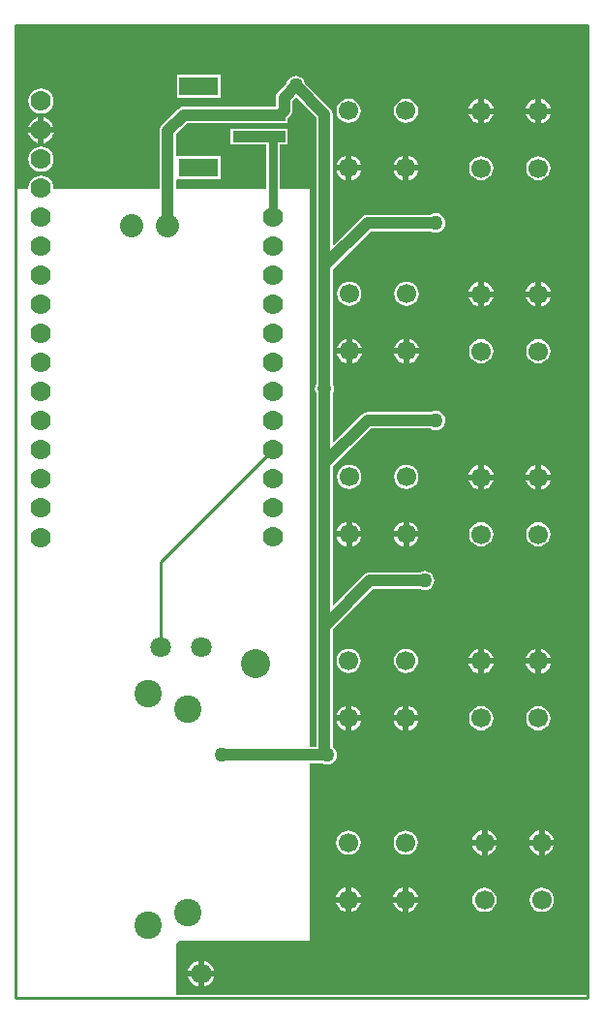
<source format=gbl>
G04*
G04 #@! TF.GenerationSoftware,Altium Limited,Altium Designer,19.1.8 (144)*
G04*
G04 Layer_Physical_Order=2*
G04 Layer_Color=16711680*
%FSLAX25Y25*%
%MOIN*%
G70*
G01*
G75*
%ADD10C,0.01000*%
%ADD24C,0.06693*%
%ADD25C,0.08000*%
%ADD26C,0.09449*%
%ADD27C,0.07087*%
%ADD28C,0.07000*%
%ADD29C,0.05000*%
%ADD30C,0.10000*%
%ADD31R,0.18110X0.03937*%
%ADD32R,0.13386X0.06299*%
%ADD33C,0.04000*%
%ADD34C,0.03000*%
G36*
X590551Y394685D02*
X448819D01*
Y412402D01*
X449803Y413386D01*
X495079D01*
Y474538D01*
X499244D01*
X499320Y474480D01*
X500123Y474147D01*
X500984Y474034D01*
X501846Y474147D01*
X502648Y474480D01*
X503338Y475009D01*
X503867Y475698D01*
X504199Y476501D01*
X504313Y477362D01*
X504199Y478224D01*
X503867Y479026D01*
X503338Y479716D01*
X502824Y480110D01*
Y520520D01*
X502981Y520641D01*
X516918Y534577D01*
X532709D01*
X532785Y534519D01*
X533587Y534187D01*
X534449Y534073D01*
X535310Y534187D01*
X536113Y534519D01*
X536802Y535048D01*
X537331Y535737D01*
X537664Y536540D01*
X537777Y537402D01*
X537664Y538263D01*
X537331Y539066D01*
X536802Y539755D01*
X536113Y540284D01*
X535310Y540617D01*
X534449Y540730D01*
X533587Y540617D01*
X532785Y540284D01*
X532709Y540226D01*
X515748D01*
X515017Y540130D01*
X514336Y539847D01*
X513751Y539398D01*
X503286Y528934D01*
X502824Y529125D01*
Y576586D01*
X515934Y589696D01*
X536646D01*
X536722Y589637D01*
X537524Y589305D01*
X538386Y589191D01*
X539247Y589305D01*
X540050Y589637D01*
X540739Y590166D01*
X541268Y590856D01*
X541601Y591658D01*
X541714Y592520D01*
X541601Y593381D01*
X541268Y594184D01*
X540739Y594873D01*
X540050Y595402D01*
X539247Y595735D01*
X538386Y595848D01*
X537524Y595735D01*
X536722Y595402D01*
X536646Y595344D01*
X514764D01*
X514033Y595248D01*
X513352Y594966D01*
X512767Y594517D01*
X503286Y585036D01*
X502824Y585227D01*
Y601606D01*
X502882Y601682D01*
X503215Y602485D01*
X503329Y603346D01*
X503215Y604208D01*
X502882Y605011D01*
X502824Y605087D01*
Y644499D01*
X515934Y657609D01*
X536646D01*
X536722Y657550D01*
X537524Y657218D01*
X538386Y657105D01*
X539247Y657218D01*
X540050Y657550D01*
X540739Y658079D01*
X541268Y658769D01*
X541601Y659572D01*
X541714Y660433D01*
X541601Y661295D01*
X541268Y662097D01*
X540739Y662787D01*
X540050Y663316D01*
X539247Y663648D01*
X538386Y663762D01*
X537524Y663648D01*
X536722Y663316D01*
X536646Y663257D01*
X514764D01*
X514033Y663161D01*
X513352Y662879D01*
X512767Y662430D01*
X503286Y652949D01*
X502824Y653141D01*
Y697835D01*
X502728Y698566D01*
X502446Y699247D01*
X501997Y699832D01*
X493385Y708443D01*
X493372Y708539D01*
X493040Y709341D01*
X492511Y710031D01*
X491822Y710560D01*
X491019Y710892D01*
X490158Y711006D01*
X489296Y710892D01*
X488493Y710560D01*
X487804Y710031D01*
X487275Y709341D01*
X486942Y708539D01*
X486930Y708443D01*
X484117Y705631D01*
X483669Y705046D01*
X483386Y704365D01*
X483290Y703634D01*
Y700462D01*
X451575D01*
X450844Y700366D01*
X450163Y700084D01*
X449578Y699635D01*
X444066Y694123D01*
X443617Y693538D01*
X443335Y692857D01*
X443239Y692126D01*
Y672244D01*
X406768D01*
X406699Y672323D01*
X406552Y673445D01*
X406118Y674491D01*
X405429Y675390D01*
X404531Y676079D01*
X403485Y676512D01*
X402362Y676660D01*
X401240Y676512D01*
X400194Y676079D01*
X399295Y675390D01*
X398606Y674491D01*
X398173Y673445D01*
X398025Y672323D01*
X397956Y672244D01*
X393701D01*
Y727362D01*
X394685Y728346D01*
X590551D01*
Y394685D01*
D02*
G37*
G36*
X497176Y696665D02*
Y645669D01*
Y605087D01*
X497118Y605011D01*
X496785Y604208D01*
X496671Y603346D01*
X496785Y602485D01*
X497118Y601682D01*
X497176Y601606D01*
Y577756D01*
Y480186D01*
X495079D01*
Y672244D01*
X484707D01*
Y687389D01*
X487414D01*
Y692926D01*
X467704D01*
Y687389D01*
X480017D01*
Y672244D01*
X448887D01*
Y675208D01*
X449200Y675578D01*
X449387Y675578D01*
X464186D01*
Y683477D01*
X449387D01*
X449200Y683477D01*
X448887Y683848D01*
Y690956D01*
X452745Y694814D01*
X484646D01*
X485069Y694869D01*
X487414D01*
Y696413D01*
X488111Y697109D01*
X488560Y697694D01*
X488842Y698376D01*
X488938Y699106D01*
Y702464D01*
X490158Y703683D01*
X497176Y696665D01*
D02*
G37*
%LPC*%
G36*
X464186Y711430D02*
X449200D01*
Y703531D01*
X464186D01*
Y711430D01*
D02*
G37*
G36*
X574622Y703203D02*
Y699951D01*
X577874D01*
X577857Y700086D01*
X577419Y701143D01*
X576722Y702051D01*
X575814Y702748D01*
X574757Y703186D01*
X574622Y703203D01*
D02*
G37*
G36*
X572622D02*
X572487Y703186D01*
X571430Y702748D01*
X570522Y702051D01*
X569825Y701143D01*
X569387Y700086D01*
X569370Y699951D01*
X572622D01*
Y703203D01*
D02*
G37*
G36*
X554937D02*
Y699951D01*
X558189D01*
X558172Y700086D01*
X557734Y701143D01*
X557037Y702051D01*
X556129Y702748D01*
X555072Y703186D01*
X554937Y703203D01*
D02*
G37*
G36*
X552937D02*
X552802Y703186D01*
X551745Y702748D01*
X550837Y702051D01*
X550140Y701143D01*
X549702Y700086D01*
X549685Y699951D01*
X552937D01*
Y703203D01*
D02*
G37*
G36*
X402362Y706660D02*
X401240Y706512D01*
X400194Y706079D01*
X399295Y705390D01*
X398606Y704491D01*
X398173Y703445D01*
X398025Y702323D01*
X398173Y701200D01*
X398606Y700154D01*
X399295Y699256D01*
X400194Y698567D01*
X401240Y698134D01*
X402362Y697986D01*
X403485Y698134D01*
X404531Y698567D01*
X405429Y699256D01*
X406118Y700154D01*
X406552Y701200D01*
X406699Y702323D01*
X406552Y703445D01*
X406118Y704491D01*
X405429Y705390D01*
X404531Y706079D01*
X403485Y706512D01*
X402362Y706660D01*
D02*
G37*
G36*
X528051Y703198D02*
X526969Y703055D01*
X525960Y702638D01*
X525094Y701973D01*
X524429Y701107D01*
X524012Y700098D01*
X523869Y699016D01*
X524012Y697933D01*
X524429Y696925D01*
X525094Y696059D01*
X525960Y695394D01*
X526969Y694976D01*
X528051Y694834D01*
X529134Y694976D01*
X530142Y695394D01*
X531008Y696059D01*
X531673Y696925D01*
X532091Y697933D01*
X532233Y699016D01*
X532091Y700098D01*
X531673Y701107D01*
X531008Y701973D01*
X530142Y702638D01*
X529134Y703055D01*
X528051Y703198D01*
D02*
G37*
G36*
X508366D02*
X507284Y703055D01*
X506275Y702638D01*
X505409Y701973D01*
X504744Y701107D01*
X504326Y700098D01*
X504184Y699016D01*
X504326Y697933D01*
X504744Y696925D01*
X505409Y696059D01*
X506275Y695394D01*
X507284Y694976D01*
X508366Y694834D01*
X509449Y694976D01*
X510457Y695394D01*
X511323Y696059D01*
X511988Y696925D01*
X512406Y697933D01*
X512548Y699016D01*
X512406Y700098D01*
X511988Y701107D01*
X511323Y701973D01*
X510457Y702638D01*
X509449Y703055D01*
X508366Y703198D01*
D02*
G37*
G36*
X577874Y697951D02*
X574622D01*
Y694699D01*
X574757Y694717D01*
X575814Y695155D01*
X576722Y695851D01*
X577419Y696759D01*
X577857Y697817D01*
X577874Y697951D01*
D02*
G37*
G36*
X572622D02*
X569370D01*
X569387Y697817D01*
X569825Y696759D01*
X570522Y695851D01*
X571430Y695155D01*
X572487Y694717D01*
X572622Y694699D01*
Y697951D01*
D02*
G37*
G36*
X558189D02*
X554937D01*
Y694699D01*
X555072Y694717D01*
X556129Y695155D01*
X557037Y695851D01*
X557734Y696759D01*
X558172Y697817D01*
X558189Y697951D01*
D02*
G37*
G36*
X552937D02*
X549685D01*
X549702Y697817D01*
X550140Y696759D01*
X550837Y695851D01*
X551745Y695155D01*
X552802Y694717D01*
X552937Y694699D01*
Y697951D01*
D02*
G37*
G36*
X403362Y696730D02*
Y693323D01*
X406769D01*
X406746Y693498D01*
X406293Y694592D01*
X405572Y695532D01*
X404632Y696254D01*
X403537Y696707D01*
X403362Y696730D01*
D02*
G37*
G36*
X401362Y696730D02*
X401187Y696707D01*
X400093Y696254D01*
X399153Y695532D01*
X398431Y694592D01*
X397978Y693498D01*
X397955Y693323D01*
X401362D01*
Y696730D01*
D02*
G37*
G36*
Y691323D02*
X397955D01*
X397978Y691148D01*
X398431Y690053D01*
X399153Y689113D01*
X400093Y688392D01*
X401187Y687939D01*
X401362Y687916D01*
Y691323D01*
D02*
G37*
G36*
X406769D02*
X403362D01*
Y687916D01*
X403537Y687939D01*
X404632Y688392D01*
X405572Y689113D01*
X406293Y690053D01*
X406746Y691148D01*
X406769Y691323D01*
D02*
G37*
G36*
X509366Y683583D02*
Y680331D01*
X512618D01*
X512601Y680465D01*
X512163Y681523D01*
X511466Y682431D01*
X510558Y683127D01*
X509501Y683565D01*
X509366Y683583D01*
D02*
G37*
G36*
X529051D02*
Y680331D01*
X532303D01*
X532286Y680465D01*
X531848Y681523D01*
X531151Y682431D01*
X530243Y683127D01*
X529186Y683565D01*
X529051Y683583D01*
D02*
G37*
G36*
X527051Y683583D02*
X526917Y683565D01*
X525859Y683127D01*
X524951Y682431D01*
X524255Y681523D01*
X523817Y680465D01*
X523799Y680331D01*
X527051D01*
Y683583D01*
D02*
G37*
G36*
X507366D02*
X507232Y683565D01*
X506174Y683127D01*
X505266Y682431D01*
X504569Y681523D01*
X504132Y680465D01*
X504114Y680331D01*
X507366D01*
Y683583D01*
D02*
G37*
G36*
X402362Y686660D02*
X401240Y686512D01*
X400194Y686079D01*
X399295Y685390D01*
X398606Y684491D01*
X398173Y683445D01*
X398025Y682323D01*
X398173Y681200D01*
X398606Y680154D01*
X399295Y679256D01*
X400194Y678567D01*
X401240Y678133D01*
X402362Y677986D01*
X403485Y678133D01*
X404531Y678567D01*
X405429Y679256D01*
X406118Y680154D01*
X406552Y681200D01*
X406699Y682323D01*
X406552Y683445D01*
X406118Y684491D01*
X405429Y685390D01*
X404531Y686079D01*
X403485Y686512D01*
X402362Y686660D01*
D02*
G37*
G36*
X573622Y683448D02*
X572540Y683306D01*
X571531Y682888D01*
X570665Y682223D01*
X570000Y681357D01*
X569582Y680349D01*
X569440Y679266D01*
X569582Y678184D01*
X570000Y677175D01*
X570665Y676309D01*
X571531Y675644D01*
X572540Y675226D01*
X573622Y675084D01*
X574705Y675226D01*
X575713Y675644D01*
X576579Y676309D01*
X577244Y677175D01*
X577662Y678184D01*
X577804Y679266D01*
X577662Y680349D01*
X577244Y681357D01*
X576579Y682223D01*
X575713Y682888D01*
X574705Y683306D01*
X573622Y683448D01*
D02*
G37*
G36*
X553937D02*
X552855Y683306D01*
X551846Y682888D01*
X550980Y682223D01*
X550315Y681357D01*
X549897Y680349D01*
X549755Y679266D01*
X549897Y678184D01*
X550315Y677175D01*
X550980Y676309D01*
X551846Y675644D01*
X552855Y675226D01*
X553937Y675084D01*
X555019Y675226D01*
X556028Y675644D01*
X556894Y676309D01*
X557559Y677175D01*
X557977Y678184D01*
X558119Y679266D01*
X557977Y680349D01*
X557559Y681357D01*
X556894Y682223D01*
X556028Y682888D01*
X555019Y683306D01*
X553937Y683448D01*
D02*
G37*
G36*
X532303Y678331D02*
X529051D01*
Y675078D01*
X529186Y675096D01*
X530243Y675534D01*
X531151Y676231D01*
X531848Y677139D01*
X532286Y678196D01*
X532303Y678331D01*
D02*
G37*
G36*
X512618D02*
X509366D01*
Y675078D01*
X509501Y675096D01*
X510558Y675534D01*
X511466Y676231D01*
X512163Y677139D01*
X512601Y678196D01*
X512618Y678331D01*
D02*
G37*
G36*
X527051D02*
X523799D01*
X523817Y678196D01*
X524255Y677139D01*
X524951Y676231D01*
X525859Y675534D01*
X526917Y675096D01*
X527051Y675078D01*
Y678331D01*
D02*
G37*
G36*
X507366D02*
X504114D01*
X504132Y678196D01*
X504569Y677139D01*
X505266Y676231D01*
X506174Y675534D01*
X507232Y675096D01*
X507366Y675078D01*
Y678331D01*
D02*
G37*
G36*
X574622Y640211D02*
Y636959D01*
X577874D01*
X577857Y637094D01*
X577419Y638151D01*
X576722Y639059D01*
X575814Y639756D01*
X574757Y640194D01*
X574622Y640211D01*
D02*
G37*
G36*
X572622D02*
X572487Y640194D01*
X571430Y639756D01*
X570522Y639059D01*
X569825Y638151D01*
X569387Y637094D01*
X569370Y636959D01*
X572622D01*
Y640211D01*
D02*
G37*
G36*
X554937D02*
Y636959D01*
X558189D01*
X558172Y637094D01*
X557734Y638151D01*
X557037Y639059D01*
X556129Y639756D01*
X555072Y640194D01*
X554937Y640211D01*
D02*
G37*
G36*
X552937D02*
X552802Y640194D01*
X551745Y639756D01*
X550837Y639059D01*
X550140Y638151D01*
X549702Y637094D01*
X549685Y636959D01*
X552937D01*
Y640211D01*
D02*
G37*
G36*
X528248Y640206D02*
X527165Y640063D01*
X526157Y639645D01*
X525291Y638981D01*
X524626Y638115D01*
X524208Y637106D01*
X524066Y636024D01*
X524208Y634941D01*
X524626Y633932D01*
X525291Y633066D01*
X526157Y632402D01*
X527165Y631984D01*
X528248Y631841D01*
X529330Y631984D01*
X530339Y632402D01*
X531205Y633066D01*
X531870Y633932D01*
X532288Y634941D01*
X532430Y636024D01*
X532288Y637106D01*
X531870Y638115D01*
X531205Y638981D01*
X530339Y639645D01*
X529330Y640063D01*
X528248Y640206D01*
D02*
G37*
G36*
X508563D02*
X507480Y640063D01*
X506472Y639645D01*
X505606Y638981D01*
X504941Y638115D01*
X504523Y637106D01*
X504381Y636024D01*
X504523Y634941D01*
X504941Y633932D01*
X505606Y633066D01*
X506472Y632402D01*
X507480Y631984D01*
X508563Y631841D01*
X509645Y631984D01*
X510654Y632402D01*
X511520Y633066D01*
X512185Y633932D01*
X512603Y634941D01*
X512745Y636024D01*
X512603Y637106D01*
X512185Y638115D01*
X511520Y638981D01*
X510654Y639645D01*
X509645Y640063D01*
X508563Y640206D01*
D02*
G37*
G36*
X577874Y634959D02*
X574622D01*
Y631707D01*
X574757Y631724D01*
X575814Y632162D01*
X576722Y632859D01*
X577419Y633767D01*
X577857Y634824D01*
X577874Y634959D01*
D02*
G37*
G36*
X572622D02*
X569370D01*
X569387Y634824D01*
X569825Y633767D01*
X570522Y632859D01*
X571430Y632162D01*
X572487Y631724D01*
X572622Y631707D01*
Y634959D01*
D02*
G37*
G36*
X558189D02*
X554937D01*
Y631707D01*
X555072Y631724D01*
X556129Y632162D01*
X557037Y632859D01*
X557734Y633767D01*
X558172Y634824D01*
X558189Y634959D01*
D02*
G37*
G36*
X552937D02*
X549685D01*
X549702Y634824D01*
X550140Y633767D01*
X550837Y632859D01*
X551745Y632162D01*
X552802Y631724D01*
X552937Y631707D01*
Y634959D01*
D02*
G37*
G36*
X529248Y620591D02*
Y617339D01*
X532500D01*
X532482Y617473D01*
X532045Y618530D01*
X531348Y619438D01*
X530440Y620135D01*
X529383Y620573D01*
X529248Y620591D01*
D02*
G37*
G36*
X509563D02*
Y617339D01*
X512815D01*
X512797Y617473D01*
X512360Y618530D01*
X511663Y619438D01*
X510755Y620135D01*
X509697Y620573D01*
X509563Y620591D01*
D02*
G37*
G36*
X527248D02*
X527113Y620573D01*
X526056Y620135D01*
X525148Y619438D01*
X524451Y618530D01*
X524013Y617473D01*
X523996Y617339D01*
X527248D01*
Y620591D01*
D02*
G37*
G36*
X507563D02*
X507428Y620573D01*
X506371Y620135D01*
X505463Y619438D01*
X504766Y618530D01*
X504328Y617473D01*
X504311Y617339D01*
X507563D01*
Y620591D01*
D02*
G37*
G36*
X573622Y620456D02*
X572540Y620314D01*
X571531Y619896D01*
X570665Y619231D01*
X570000Y618365D01*
X569582Y617356D01*
X569440Y616274D01*
X569582Y615191D01*
X570000Y614183D01*
X570665Y613317D01*
X571531Y612652D01*
X572540Y612234D01*
X573622Y612092D01*
X574705Y612234D01*
X575713Y612652D01*
X576579Y613317D01*
X577244Y614183D01*
X577662Y615191D01*
X577804Y616274D01*
X577662Y617356D01*
X577244Y618365D01*
X576579Y619231D01*
X575713Y619896D01*
X574705Y620314D01*
X573622Y620456D01*
D02*
G37*
G36*
X553937D02*
X552855Y620314D01*
X551846Y619896D01*
X550980Y619231D01*
X550315Y618365D01*
X549897Y617356D01*
X549755Y616274D01*
X549897Y615191D01*
X550315Y614183D01*
X550980Y613317D01*
X551846Y612652D01*
X552855Y612234D01*
X553937Y612092D01*
X555019Y612234D01*
X556028Y612652D01*
X556894Y613317D01*
X557559Y614183D01*
X557977Y615191D01*
X558119Y616274D01*
X557977Y617356D01*
X557559Y618365D01*
X556894Y619231D01*
X556028Y619896D01*
X555019Y620314D01*
X553937Y620456D01*
D02*
G37*
G36*
X532500Y615339D02*
X529248D01*
Y612086D01*
X529383Y612104D01*
X530440Y612542D01*
X531348Y613238D01*
X532045Y614147D01*
X532482Y615204D01*
X532500Y615339D01*
D02*
G37*
G36*
X512815D02*
X509563D01*
Y612086D01*
X509697Y612104D01*
X510755Y612542D01*
X511663Y613238D01*
X512360Y614147D01*
X512797Y615204D01*
X512815Y615339D01*
D02*
G37*
G36*
X527248D02*
X523996D01*
X524013Y615204D01*
X524451Y614147D01*
X525148Y613238D01*
X526056Y612542D01*
X527113Y612104D01*
X527248Y612086D01*
Y615339D01*
D02*
G37*
G36*
X507563D02*
X504311D01*
X504328Y615204D01*
X504766Y614147D01*
X505463Y613238D01*
X506371Y612542D01*
X507428Y612104D01*
X507563Y612086D01*
Y615339D01*
D02*
G37*
G36*
X574622Y577219D02*
Y573967D01*
X577874D01*
X577857Y574102D01*
X577419Y575159D01*
X576722Y576067D01*
X575814Y576764D01*
X574757Y577202D01*
X574622Y577219D01*
D02*
G37*
G36*
X572622D02*
X572487Y577202D01*
X571430Y576764D01*
X570522Y576067D01*
X569825Y575159D01*
X569387Y574102D01*
X569370Y573967D01*
X572622D01*
Y577219D01*
D02*
G37*
G36*
X554937D02*
Y573967D01*
X558189D01*
X558172Y574102D01*
X557734Y575159D01*
X557037Y576067D01*
X556129Y576764D01*
X555072Y577202D01*
X554937Y577219D01*
D02*
G37*
G36*
X552937D02*
X552802Y577202D01*
X551745Y576764D01*
X550837Y576067D01*
X550140Y575159D01*
X549702Y574102D01*
X549685Y573967D01*
X552937D01*
Y577219D01*
D02*
G37*
G36*
X528150Y577214D02*
X527067Y577071D01*
X526058Y576653D01*
X525192Y575989D01*
X524528Y575123D01*
X524110Y574114D01*
X523967Y573032D01*
X524110Y571949D01*
X524528Y570940D01*
X525192Y570074D01*
X526058Y569410D01*
X527067Y568992D01*
X528150Y568849D01*
X529232Y568992D01*
X530241Y569410D01*
X531107Y570074D01*
X531772Y570940D01*
X532189Y571949D01*
X532332Y573032D01*
X532189Y574114D01*
X531772Y575123D01*
X531107Y575989D01*
X530241Y576653D01*
X529232Y577071D01*
X528150Y577214D01*
D02*
G37*
G36*
X508465D02*
X507382Y577071D01*
X506374Y576653D01*
X505507Y575989D01*
X504843Y575123D01*
X504425Y574114D01*
X504282Y573032D01*
X504425Y571949D01*
X504843Y570940D01*
X505507Y570074D01*
X506374Y569410D01*
X507382Y568992D01*
X508465Y568849D01*
X509547Y568992D01*
X510556Y569410D01*
X511422Y570074D01*
X512086Y570940D01*
X512504Y571949D01*
X512647Y573032D01*
X512504Y574114D01*
X512086Y575123D01*
X511422Y575989D01*
X510556Y576653D01*
X509547Y577071D01*
X508465Y577214D01*
D02*
G37*
G36*
X577874Y571967D02*
X574622D01*
Y568715D01*
X574757Y568732D01*
X575814Y569170D01*
X576722Y569867D01*
X577419Y570775D01*
X577857Y571832D01*
X577874Y571967D01*
D02*
G37*
G36*
X572622D02*
X569370D01*
X569387Y571832D01*
X569825Y570775D01*
X570522Y569867D01*
X571430Y569170D01*
X572487Y568732D01*
X572622Y568715D01*
Y571967D01*
D02*
G37*
G36*
X558189D02*
X554937D01*
Y568715D01*
X555072Y568732D01*
X556129Y569170D01*
X557037Y569867D01*
X557734Y570775D01*
X558172Y571832D01*
X558189Y571967D01*
D02*
G37*
G36*
X552937D02*
X549685D01*
X549702Y571832D01*
X550140Y570775D01*
X550837Y569867D01*
X551745Y569170D01*
X552802Y568732D01*
X552937Y568715D01*
Y571967D01*
D02*
G37*
G36*
X529150Y557599D02*
Y554347D01*
X532402D01*
X532384Y554481D01*
X531946Y555539D01*
X531250Y556446D01*
X530342Y557143D01*
X529284Y557581D01*
X529150Y557599D01*
D02*
G37*
G36*
X509465D02*
Y554347D01*
X512717D01*
X512699Y554481D01*
X512261Y555539D01*
X511564Y556446D01*
X510657Y557143D01*
X509599Y557581D01*
X509465Y557599D01*
D02*
G37*
G36*
X507465D02*
X507330Y557581D01*
X506273Y557143D01*
X505365Y556446D01*
X504668Y555539D01*
X504230Y554481D01*
X504212Y554347D01*
X507465D01*
Y557599D01*
D02*
G37*
G36*
X527150D02*
X527015Y557581D01*
X525958Y557143D01*
X525050Y556446D01*
X524353Y555539D01*
X523915Y554481D01*
X523897Y554347D01*
X527150D01*
Y557599D01*
D02*
G37*
G36*
X573622Y557464D02*
X572540Y557322D01*
X571531Y556904D01*
X570665Y556239D01*
X570000Y555373D01*
X569582Y554364D01*
X569440Y553282D01*
X569582Y552200D01*
X570000Y551191D01*
X570665Y550325D01*
X571531Y549660D01*
X572540Y549242D01*
X573622Y549100D01*
X574705Y549242D01*
X575713Y549660D01*
X576579Y550325D01*
X577244Y551191D01*
X577662Y552200D01*
X577804Y553282D01*
X577662Y554364D01*
X577244Y555373D01*
X576579Y556239D01*
X575713Y556904D01*
X574705Y557322D01*
X573622Y557464D01*
D02*
G37*
G36*
X553937D02*
X552855Y557322D01*
X551846Y556904D01*
X550980Y556239D01*
X550315Y555373D01*
X549897Y554364D01*
X549755Y553282D01*
X549897Y552200D01*
X550315Y551191D01*
X550980Y550325D01*
X551846Y549660D01*
X552855Y549242D01*
X553937Y549100D01*
X555019Y549242D01*
X556028Y549660D01*
X556894Y550325D01*
X557559Y551191D01*
X557977Y552200D01*
X558119Y553282D01*
X557977Y554364D01*
X557559Y555373D01*
X556894Y556239D01*
X556028Y556904D01*
X555019Y557322D01*
X553937Y557464D01*
D02*
G37*
G36*
X532402Y552347D02*
X529150D01*
Y549094D01*
X529284Y549112D01*
X530342Y549550D01*
X531250Y550247D01*
X531946Y551155D01*
X532384Y552212D01*
X532402Y552347D01*
D02*
G37*
G36*
X512717D02*
X509465D01*
Y549094D01*
X509599Y549112D01*
X510657Y549550D01*
X511564Y550247D01*
X512261Y551155D01*
X512699Y552212D01*
X512717Y552347D01*
D02*
G37*
G36*
X527150D02*
X523897D01*
X523915Y552212D01*
X524353Y551155D01*
X525050Y550247D01*
X525958Y549550D01*
X527015Y549112D01*
X527150Y549094D01*
Y552347D01*
D02*
G37*
G36*
X507465D02*
X504212D01*
X504230Y552212D01*
X504668Y551155D01*
X505365Y550247D01*
X506273Y549550D01*
X507330Y549112D01*
X507465Y549094D01*
Y552347D01*
D02*
G37*
G36*
X574622Y513932D02*
Y510679D01*
X577874D01*
X577857Y510814D01*
X577419Y511871D01*
X576722Y512780D01*
X575814Y513476D01*
X574757Y513914D01*
X574622Y513932D01*
D02*
G37*
G36*
X572622D02*
X572487Y513914D01*
X571430Y513476D01*
X570522Y512780D01*
X569825Y511871D01*
X569387Y510814D01*
X569370Y510679D01*
X572622D01*
Y513932D01*
D02*
G37*
G36*
X554937D02*
Y510679D01*
X558189D01*
X558172Y510814D01*
X557734Y511871D01*
X557037Y512780D01*
X556129Y513476D01*
X555072Y513914D01*
X554937Y513932D01*
D02*
G37*
G36*
X552937D02*
X552802Y513914D01*
X551745Y513476D01*
X550837Y512780D01*
X550140Y511871D01*
X549702Y510814D01*
X549685Y510679D01*
X552937D01*
Y513932D01*
D02*
G37*
G36*
X528051Y513926D02*
X526969Y513784D01*
X525960Y513366D01*
X525094Y512701D01*
X524429Y511835D01*
X524012Y510827D01*
X523869Y509744D01*
X524012Y508662D01*
X524429Y507653D01*
X525094Y506787D01*
X525960Y506122D01*
X526969Y505704D01*
X528051Y505562D01*
X529134Y505704D01*
X530142Y506122D01*
X531008Y506787D01*
X531673Y507653D01*
X532091Y508662D01*
X532233Y509744D01*
X532091Y510827D01*
X531673Y511835D01*
X531008Y512701D01*
X530142Y513366D01*
X529134Y513784D01*
X528051Y513926D01*
D02*
G37*
G36*
X508366D02*
X507284Y513784D01*
X506275Y513366D01*
X505409Y512701D01*
X504744Y511835D01*
X504326Y510827D01*
X504184Y509744D01*
X504326Y508662D01*
X504744Y507653D01*
X505409Y506787D01*
X506275Y506122D01*
X507284Y505704D01*
X508366Y505562D01*
X509449Y505704D01*
X510457Y506122D01*
X511323Y506787D01*
X511988Y507653D01*
X512406Y508662D01*
X512548Y509744D01*
X512406Y510827D01*
X511988Y511835D01*
X511323Y512701D01*
X510457Y513366D01*
X509449Y513784D01*
X508366Y513926D01*
D02*
G37*
G36*
X577874Y508679D02*
X574622D01*
Y505427D01*
X574757Y505445D01*
X575814Y505883D01*
X576722Y506580D01*
X577419Y507488D01*
X577857Y508545D01*
X577874Y508679D01*
D02*
G37*
G36*
X572622D02*
X569370D01*
X569387Y508545D01*
X569825Y507488D01*
X570522Y506580D01*
X571430Y505883D01*
X572487Y505445D01*
X572622Y505427D01*
Y508679D01*
D02*
G37*
G36*
X558189D02*
X554937D01*
Y505427D01*
X555072Y505445D01*
X556129Y505883D01*
X557037Y506580D01*
X557734Y507488D01*
X558172Y508545D01*
X558189Y508679D01*
D02*
G37*
G36*
X552937D02*
X549685D01*
X549702Y508545D01*
X550140Y507488D01*
X550837Y506580D01*
X551745Y505883D01*
X552802Y505445D01*
X552937Y505427D01*
Y508679D01*
D02*
G37*
G36*
X529051Y494311D02*
Y491059D01*
X532303D01*
X532286Y491194D01*
X531848Y492251D01*
X531151Y493159D01*
X530243Y493856D01*
X529186Y494294D01*
X529051Y494311D01*
D02*
G37*
G36*
X509366D02*
Y491059D01*
X512618D01*
X512601Y491194D01*
X512163Y492251D01*
X511466Y493159D01*
X510558Y493856D01*
X509501Y494294D01*
X509366Y494311D01*
D02*
G37*
G36*
X507366Y494311D02*
X507232Y494294D01*
X506174Y493856D01*
X505266Y493159D01*
X504569Y492251D01*
X504132Y491194D01*
X504114Y491059D01*
X507366D01*
Y494311D01*
D02*
G37*
G36*
X527051D02*
X526917Y494294D01*
X525859Y493856D01*
X524951Y493159D01*
X524255Y492251D01*
X523817Y491194D01*
X523799Y491059D01*
X527051D01*
Y494311D01*
D02*
G37*
G36*
X573622Y494177D02*
X572540Y494034D01*
X571531Y493616D01*
X570665Y492952D01*
X570000Y492086D01*
X569582Y491077D01*
X569440Y489994D01*
X569582Y488912D01*
X570000Y487903D01*
X570665Y487037D01*
X571531Y486373D01*
X572540Y485955D01*
X573622Y485812D01*
X574705Y485955D01*
X575713Y486373D01*
X576579Y487037D01*
X577244Y487903D01*
X577662Y488912D01*
X577804Y489994D01*
X577662Y491077D01*
X577244Y492086D01*
X576579Y492952D01*
X575713Y493616D01*
X574705Y494034D01*
X573622Y494177D01*
D02*
G37*
G36*
X553937D02*
X552855Y494034D01*
X551846Y493616D01*
X550980Y492952D01*
X550315Y492086D01*
X549897Y491077D01*
X549755Y489994D01*
X549897Y488912D01*
X550315Y487903D01*
X550980Y487037D01*
X551846Y486373D01*
X552855Y485955D01*
X553937Y485812D01*
X555019Y485955D01*
X556028Y486373D01*
X556894Y487037D01*
X557559Y487903D01*
X557977Y488912D01*
X558119Y489994D01*
X557977Y491077D01*
X557559Y492086D01*
X556894Y492952D01*
X556028Y493616D01*
X555019Y494034D01*
X553937Y494177D01*
D02*
G37*
G36*
X532303Y489059D02*
X529051D01*
Y485807D01*
X529186Y485824D01*
X530243Y486262D01*
X531151Y486959D01*
X531848Y487867D01*
X532286Y488924D01*
X532303Y489059D01*
D02*
G37*
G36*
X512618D02*
X509366D01*
Y485807D01*
X509501Y485824D01*
X510558Y486262D01*
X511466Y486959D01*
X512163Y487867D01*
X512601Y488924D01*
X512618Y489059D01*
D02*
G37*
G36*
X527051D02*
X523799D01*
X523817Y488924D01*
X524255Y487867D01*
X524951Y486959D01*
X525859Y486262D01*
X526917Y485824D01*
X527051Y485807D01*
Y489059D01*
D02*
G37*
G36*
X507366D02*
X504114D01*
X504132Y488924D01*
X504569Y487867D01*
X505266Y486959D01*
X506174Y486262D01*
X507232Y485824D01*
X507366Y485807D01*
Y489059D01*
D02*
G37*
G36*
X575803Y451432D02*
Y448179D01*
X579056D01*
X579038Y448314D01*
X578600Y449371D01*
X577903Y450280D01*
X576995Y450976D01*
X575938Y451414D01*
X575803Y451432D01*
D02*
G37*
G36*
X573803D02*
X573668Y451414D01*
X572611Y450976D01*
X571703Y450280D01*
X571006Y449371D01*
X570569Y448314D01*
X570551Y448179D01*
X573803D01*
Y451432D01*
D02*
G37*
G36*
X556118D02*
Y448179D01*
X559370D01*
X559353Y448314D01*
X558915Y449371D01*
X558218Y450280D01*
X557310Y450976D01*
X556253Y451414D01*
X556118Y451432D01*
D02*
G37*
G36*
X554118D02*
X553983Y451414D01*
X552926Y450976D01*
X552018Y450280D01*
X551322Y449371D01*
X550883Y448314D01*
X550866Y448179D01*
X554118D01*
Y451432D01*
D02*
G37*
G36*
X527953Y451426D02*
X526870Y451284D01*
X525862Y450866D01*
X524996Y450201D01*
X524331Y449335D01*
X523913Y448327D01*
X523771Y447244D01*
X523913Y446162D01*
X524331Y445153D01*
X524996Y444287D01*
X525862Y443622D01*
X526870Y443204D01*
X527953Y443062D01*
X529035Y443204D01*
X530044Y443622D01*
X530910Y444287D01*
X531575Y445153D01*
X531992Y446162D01*
X532135Y447244D01*
X531992Y448327D01*
X531575Y449335D01*
X530910Y450201D01*
X530044Y450866D01*
X529035Y451284D01*
X527953Y451426D01*
D02*
G37*
G36*
X508268D02*
X507185Y451284D01*
X506177Y450866D01*
X505310Y450201D01*
X504646Y449335D01*
X504228Y448327D01*
X504085Y447244D01*
X504228Y446162D01*
X504646Y445153D01*
X505310Y444287D01*
X506177Y443622D01*
X507185Y443204D01*
X508268Y443062D01*
X509350Y443204D01*
X510359Y443622D01*
X511225Y444287D01*
X511890Y445153D01*
X512307Y446162D01*
X512450Y447244D01*
X512307Y448327D01*
X511890Y449335D01*
X511225Y450201D01*
X510359Y450866D01*
X509350Y451284D01*
X508268Y451426D01*
D02*
G37*
G36*
X579056Y446179D02*
X575803D01*
Y442927D01*
X575938Y442945D01*
X576995Y443383D01*
X577903Y444080D01*
X578600Y444988D01*
X579038Y446045D01*
X579056Y446179D01*
D02*
G37*
G36*
X573803D02*
X570551D01*
X570569Y446045D01*
X571006Y444988D01*
X571703Y444080D01*
X572611Y443383D01*
X573668Y442945D01*
X573803Y442927D01*
Y446179D01*
D02*
G37*
G36*
X559370D02*
X556118D01*
Y442927D01*
X556253Y442945D01*
X557310Y443383D01*
X558218Y444080D01*
X558915Y444988D01*
X559353Y446045D01*
X559370Y446179D01*
D02*
G37*
G36*
X554118D02*
X550866D01*
X550883Y446045D01*
X551322Y444988D01*
X552018Y444080D01*
X552926Y443383D01*
X553983Y442945D01*
X554118Y442927D01*
Y446179D01*
D02*
G37*
G36*
X528953Y431811D02*
Y428559D01*
X532205D01*
X532187Y428694D01*
X531749Y429751D01*
X531053Y430659D01*
X530145Y431356D01*
X529087Y431794D01*
X528953Y431811D01*
D02*
G37*
G36*
X509268D02*
Y428559D01*
X512520D01*
X512502Y428694D01*
X512064Y429751D01*
X511368Y430659D01*
X510460Y431356D01*
X509402Y431794D01*
X509268Y431811D01*
D02*
G37*
G36*
X507268D02*
X507133Y431794D01*
X506076Y431356D01*
X505168Y430659D01*
X504471Y429751D01*
X504033Y428694D01*
X504015Y428559D01*
X507268D01*
Y431811D01*
D02*
G37*
G36*
X526953D02*
X526818Y431794D01*
X525761Y431356D01*
X524853Y430659D01*
X524156Y429751D01*
X523718Y428694D01*
X523701Y428559D01*
X526953D01*
Y431811D01*
D02*
G37*
G36*
X574803Y431677D02*
X573721Y431534D01*
X572712Y431116D01*
X571846Y430452D01*
X571181Y429586D01*
X570763Y428577D01*
X570621Y427494D01*
X570763Y426412D01*
X571181Y425403D01*
X571846Y424537D01*
X572712Y423873D01*
X573721Y423455D01*
X574803Y423312D01*
X575886Y423455D01*
X576894Y423873D01*
X577760Y424537D01*
X578425Y425403D01*
X578843Y426412D01*
X578985Y427494D01*
X578843Y428577D01*
X578425Y429586D01*
X577760Y430452D01*
X576894Y431116D01*
X575886Y431534D01*
X574803Y431677D01*
D02*
G37*
G36*
X555118D02*
X554036Y431534D01*
X553027Y431116D01*
X552161Y430452D01*
X551496Y429586D01*
X551078Y428577D01*
X550936Y427494D01*
X551078Y426412D01*
X551496Y425403D01*
X552161Y424537D01*
X553027Y423873D01*
X554036Y423455D01*
X555118Y423312D01*
X556201Y423455D01*
X557209Y423873D01*
X558075Y424537D01*
X558740Y425403D01*
X559158Y426412D01*
X559300Y427494D01*
X559158Y428577D01*
X558740Y429586D01*
X558075Y430452D01*
X557209Y431116D01*
X556201Y431534D01*
X555118Y431677D01*
D02*
G37*
G36*
X532205Y426559D02*
X528953D01*
Y423307D01*
X529087Y423324D01*
X530145Y423762D01*
X531053Y424459D01*
X531749Y425367D01*
X532187Y426424D01*
X532205Y426559D01*
D02*
G37*
G36*
X512520D02*
X509268D01*
Y423307D01*
X509402Y423324D01*
X510460Y423762D01*
X511368Y424459D01*
X512064Y425367D01*
X512502Y426424D01*
X512520Y426559D01*
D02*
G37*
G36*
X526953D02*
X523701D01*
X523718Y426424D01*
X524156Y425367D01*
X524853Y424459D01*
X525761Y423762D01*
X526818Y423324D01*
X526953Y423307D01*
Y426559D01*
D02*
G37*
G36*
X507268D02*
X504015D01*
X504033Y426424D01*
X504471Y425367D01*
X505168Y424459D01*
X506076Y423762D01*
X507133Y423324D01*
X507268Y423307D01*
Y426559D01*
D02*
G37*
G36*
X458481Y406616D02*
Y403166D01*
X461932D01*
X461907Y403352D01*
X461449Y404457D01*
X460721Y405406D01*
X459772Y406134D01*
X458667Y406592D01*
X458481Y406616D01*
D02*
G37*
G36*
X456481D02*
X456295Y406592D01*
X455189Y406134D01*
X454240Y405406D01*
X453512Y404457D01*
X453054Y403352D01*
X453030Y403166D01*
X456481D01*
Y406616D01*
D02*
G37*
G36*
X461932Y401166D02*
X458481D01*
Y397715D01*
X458667Y397739D01*
X459772Y398197D01*
X460721Y398925D01*
X461449Y399874D01*
X461907Y400980D01*
X461932Y401166D01*
D02*
G37*
G36*
X456481D02*
X453030D01*
X453054Y400980D01*
X453512Y399874D01*
X454240Y398925D01*
X455189Y398197D01*
X456295Y397739D01*
X456481Y397715D01*
Y401166D01*
D02*
G37*
%LPD*%
D10*
X480894Y690158D02*
X482362Y688689D01*
X477559Y690158D02*
X480894D01*
X443701Y514370D02*
Y543661D01*
X482362Y582323D01*
X393701Y393701D02*
Y728346D01*
X590551D01*
Y393701D02*
Y728346D01*
X393701Y393701D02*
X590551D01*
D24*
X553937Y698951D02*
D03*
Y679266D02*
D03*
X573622Y698951D02*
D03*
Y679266D02*
D03*
X508366Y699016D02*
D03*
Y679331D02*
D03*
X528051Y699016D02*
D03*
Y679331D02*
D03*
X553937Y635959D02*
D03*
Y616274D02*
D03*
X573622Y635959D02*
D03*
Y616274D02*
D03*
X508563Y636024D02*
D03*
Y616338D02*
D03*
X528248Y636024D02*
D03*
Y616338D02*
D03*
X553937Y572967D02*
D03*
Y553282D02*
D03*
X573622Y572967D02*
D03*
Y553282D02*
D03*
X508465Y573032D02*
D03*
Y553346D02*
D03*
X528150Y573032D02*
D03*
Y553346D02*
D03*
X553937Y509680D02*
D03*
Y489994D02*
D03*
X573622Y509680D02*
D03*
Y489994D02*
D03*
X508366Y509744D02*
D03*
Y490059D02*
D03*
X528051Y509744D02*
D03*
Y490059D02*
D03*
X527953Y427559D02*
D03*
Y447244D02*
D03*
X508268Y427559D02*
D03*
Y447244D02*
D03*
X574803Y427494D02*
D03*
Y447180D02*
D03*
X555118Y427494D02*
D03*
Y447180D02*
D03*
D25*
X433465Y659449D02*
D03*
X446063D02*
D03*
D26*
X452953Y423228D02*
D03*
X439173Y418898D02*
D03*
Y498425D02*
D03*
X452953Y493307D02*
D03*
D27*
X457480Y514370D02*
D03*
X443701D02*
D03*
X457481Y402166D02*
D03*
D28*
X482362Y552323D02*
D03*
Y562323D02*
D03*
Y572323D02*
D03*
Y582323D02*
D03*
Y592323D02*
D03*
Y602323D02*
D03*
Y612323D02*
D03*
Y622323D02*
D03*
Y632323D02*
D03*
Y642323D02*
D03*
Y652323D02*
D03*
Y662323D02*
D03*
X402362Y702323D02*
D03*
Y692323D02*
D03*
Y682323D02*
D03*
Y672323D02*
D03*
Y662323D02*
D03*
Y652323D02*
D03*
Y642323D02*
D03*
Y632323D02*
D03*
Y622323D02*
D03*
Y612323D02*
D03*
Y602323D02*
D03*
Y592323D02*
D03*
Y582323D02*
D03*
Y572323D02*
D03*
Y562323D02*
D03*
Y552224D02*
D03*
D29*
X538386Y660433D02*
D03*
X500000Y603346D02*
D03*
X538386Y592520D02*
D03*
X534449Y537402D02*
D03*
X500984Y477362D02*
D03*
X464567D02*
D03*
X490158Y707677D02*
D03*
D30*
X476378Y508858D02*
D03*
D31*
X477559Y690158D02*
D03*
Y697638D02*
D03*
D32*
X456693Y707480D02*
D03*
Y679528D02*
D03*
D33*
X451575Y697638D02*
X477559D01*
X446063Y692126D02*
X451575Y697638D01*
X446063Y659449D02*
Y692126D01*
X500000Y478346D02*
Y577756D01*
Y478346D02*
X500984Y477362D01*
X500000Y645669D02*
Y697835D01*
X490158Y707677D02*
X500000Y697835D01*
Y645669D02*
X514764Y660433D01*
X538386D01*
X500000Y603346D02*
Y645669D01*
Y577756D02*
Y603346D01*
Y577756D02*
X514764Y592520D01*
X538386D01*
X500984Y522638D02*
X515748Y537402D01*
X534449D01*
X464567Y477362D02*
X500984D01*
X486114Y703634D02*
X490158Y707677D01*
X486114Y699106D02*
Y703634D01*
X484646Y697638D02*
X486114Y699106D01*
X477559Y697638D02*
X484646D01*
D34*
X482362Y662323D02*
Y688689D01*
M02*

</source>
